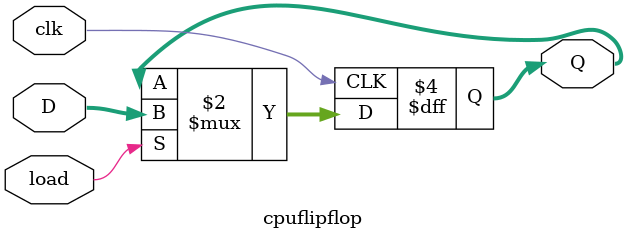
<source format=sv>
`define RST 4'b0000
`define IF1 4'b0001
`define IF2 4'b0010
`define updatePC 4'b0011
`define decode 4'b0100
`define getA 4'b0101
`define getB 4'b0110
`define ALU 4'b1000
`define WriteReg 4'b1010
`define WriteImm 4'b1100
`define readRam 4'b1110
`define writeRam 4'b1111
`define dataAddress 4'b1011
`define HALT 4'b0111

`define MNONE 2'b00
`define MWRITE 2'b01
`define MREAD 2'b10

module cpu(clk,reset,load_ir,datapath_out,N,V,Z,load_pc, mem_addr, mem_cmd, read_data);
    input clk, reset; 
    output reg load_ir;
    //input [15:0] in; changed to read_data
    output reg [15:0] datapath_out; // changed from out
    output reg N, V, Z, load_pc; 

    reg [15:0] in_out;
    reg [2:0] Rn,Rd,Rm;
    reg [7:0] im8;
    reg [4:0] im5;

    reg [2:0] opcode;
    reg [1:0] op;

    reg [3:0] present_state;

    reg [2:0] nsel;

    //datapath
    reg [2:0] writenum, readnum;
    reg write;
    reg [15:0] data_out;
    reg [1:0] ALUop;
    reg [1:0] shift;
    reg asel, bsel, loada, loadb, loadc, loads;
    reg [3:0] vsel;
    reg [15:0] datapath_in;
    reg [2:0] Z_out;
    reg [15:0] mdata, sximm8, sximm5;
    reg [8:0] PC;

    //lab7 additions
    reg [8:0] next_pc;
    reg reset_pc, addr_sel;
    input [15:0] read_data;
    output reg [1:0] mem_cmd;
    output reg [8:0] mem_addr;

    reg load_addr;
    reg [8:0] dataAddress_out;

    datapath DP(
        .clk(clk), 
        .readnum(readnum), 
        .vsel(vsel), 
        .loada(loada), 
        .loadb(loadb), 
        .shift(shift), 
        .asel(asel), 
        .bsel(bsel), 
        .ALUop(ALUop), 
        .loadc(loadc), 
        .loads(loads), 
        .writenum(writenum), 
        .write(write), 
        .datapath_in(datapath_in), 
        .Z_out(Z_out), 
        .C(datapath_out), //C is value of out in datapath
        .mdata(mdata), 
        .sximm8(sximm8), 
        .sximm5(sximm5), 
        .PC(PC)
    );

    always @(*) begin
        N = Z_out[1];
        V = Z_out[2];
        Z = Z_out[0];
    end

    //instruction register

    cpuflipflop insr(
        .clk(clk),
        .D(read_data),
        .load(load_ir),
        .Q(in_out)
    );

    //instruction decoder

    //assign values to opcode,op,aluop
    always @(*) begin
        opcode = in_out[15:13];
        op = in_out[12:11];
        ALUop = in_out[12:11];
    end

    //assign values using opcode and op
    always @(*) begin
        case({opcode,op})
            5'b11010: 
                begin
                    Rn <= in_out[10:8]; im8 <= in_out[7:0]; Rm <= 3'bxxx; Rd <= 3'bxxx; shift <= 2'bxx; im5 <= 5'bxxxxx;
                end
            5'b11000: 
                begin
                    Rd <= in_out[7:5]; shift <= in_out[4:3]; Rm <= in_out[2:0]; Rn <= 3'bxxx; im8 <= 8'bxxxxxxxx; im5 <= 5'bxxxxx;
                end
            5'b10100: 
                begin
                    Rn <= in_out[10:8]; Rd <= in_out[7:5]; shift <= in_out[4:3]; Rm <= in_out[2:0]; im8 <= 8'bxxxxxxxx; im5 <= 5'bxxxxx;
                end
            5'b10101: 
                begin
                    Rn <= in_out[10:8]; shift <= in_out[4:3]; Rm <= in_out[2:0]; Rd <= 3'bxxx; im8 <= 8'bxxxxxxxx; im5 <= 5'bxxxxx;
                end
            5'b10110: 
                begin
                    Rn <= in_out[10:8]; Rd <= in_out[7:5]; shift <= in_out[4:3]; Rm <= in_out[2:0]; im8 <= 8'bxxxxxxxx; im5 <= 5'bxxxxx; 
                end
            5'b10111: 
                begin
                    Rd <= in_out[7:5]; shift <= in_out[4:3]; Rm <= in_out[2:0]; Rn <= 3'bxxx; im8 <= 8'bxxxxxxxx; im5 <= 5'bxxxxx;
                end
            5'b01100:
                begin
                    Rn <= in_out[10:8]; Rd <= in_out[7:5]; im5 <= in_out[4:0]; im8 <= 8'bxxxxxxxx; Rm <= 3'bxxx; shift <= 2'bxx;
                end
            5'b10000:
                begin
                    Rn <= in_out[10:8]; Rd <= in_out[7:5]; im5 <= in_out[4:0]; im8 <= 8'bxxxxxxxx; Rm <= 3'bxxx; shift <= 2'bxx;
                end
            5'b111xx:
                begin
                    Rn <= 0; Rd <= 0; im5 <= 0; im8 <= 0; Rm <= 0; shift <= 0;
                end
            default: 
                begin 
                    Rn <= 3'bxxx; Rm <= 3'bxxx; Rd <= 3'bxxx; im8 <= 8'bxxxxxxxx; shift <= 2'bxx; im5 <= 5'bxxxxx; 
                end
        endcase
    end

    //assign values to read and write num
    always @(*) begin
        case(nsel) 
            3'b001: 
                begin
                    readnum <= Rn; writenum <= Rn;
                end
            3'b010: 
                begin
                    readnum <= Rd; writenum <= Rd;
                end
            3'b100: 
                begin
                    readnum <= Rm; writenum <= Rm;
                end
            default: 
                begin
                    readnum <= 3'bxxx; writenum <= 3'bxxx;
                end
        endcase
    end

    //add bits to im5 and im8
    always @(*) begin
        sximm5 = {{11{im5[4]}}, im5};
        sximm8 = {{8{im8[7]}}, im8}; 
    end

    //make sximm8 datapath_in
    always @(*) begin
        datapath_in = sximm8;
    end
    
    //FSM
    always @(posedge clk) begin
        if(reset) begin
            present_state <= `RST;
        end else begin
            casex({opcode,op,present_state})
                {5'bxxxxx, `RST}: present_state <= `IF1;

                {5'bxxxxx, `IF1}: present_state <= `IF2;

                {5'bxxxxx, `IF2}: present_state <= `updatePC;

                {5'bxxxxx, `updatePC}: present_state <= `decode;

                {5'b101xx, `decode}: present_state <= `getA;
                {5'b01100, `decode}: present_state <= `getA;
                {5'b10000, `decode}: present_state <= `getA;
                {5'b11010, `decode}: present_state <= `WriteImm;

                {5'bxxxxx, `WriteImm}: present_state <= `IF1; 
                
                {5'bxxxxx, `getA}: present_state <= `getB; 
                {5'bxxxxx, `getB}: present_state <= `ALU;

                {5'b110xx, `ALU}: present_state <= `WriteReg;
                {5'b101xx, `ALU}: present_state <= `WriteReg;
                {5'b011xx, `ALU}: present_state <= `dataAddress;
                {5'b100xx, `ALU}: present_state <= `dataAddress;

                {5'b011xx, `dataAddress}: present_state <= `readRam;
                {5'b100xx, `dataAddress}: present_state <= `writeRam;

                {5'bxxxxx, `readRam}: present_state <= `WriteReg; 
                {5'bxxxxx, `writeRam}: present_state <= `IF1;
            
                {5'bxxxxx, `WriteReg}: present_state <= `IF1;

                //halt
                9'b111xxxxxx: present_state <= `HALT;
            endcase
        end
    end

    always @* begin
        begin
            //reset everything
            loada = 1'b0; loadb = 1'b0; asel = 1'b0; bsel = 1'b0; loadc = 1'b0; 
            loads = 1'b0; nsel = 3'b000; vsel = 4'b0000; write = 1'b0;
            addr_sel = 0; load_ir = 0; mem_cmd = `MNONE; reset_pc = 0;
        end
        case(present_state)
            `RST: 
		        begin
		            load_pc = 1; reset_pc = 1;
		        end
            `IF1:
                begin
                    addr_sel = 1; mem_cmd = `MREAD; reset_pc = 0; load_pc = 0;
                end
            `IF2:
                begin
                    addr_sel = 1; load_ir = 1; mem_cmd = `MREAD; load_pc = 0; reset_pc = 0;
                end
            `updatePC:
                begin
                    load_pc = 1; reset_pc = 0;
                end
            `decode:
                load_pc = 0;
            `getA: 
                begin
                    nsel = 3'b001; loada = 1; load_pc = 0; reset_pc = 0;
                end
            `getB: 
                begin
                    case(opcode)
                        3'b011: 
                            begin
                                nsel = 3'b010; loadb = 1; load_pc = 0;
                            end
                        3'b100: 
                            begin
                                nsel = 3'b010; loadb = 1; load_pc = 0;
                            end
                        default: 
                            begin
                                nsel = 3'b100; loadb = 1; load_pc = 0;
                            end
                    endcase
                end
            `ALU:   
                begin
                    casex({ALUop,opcode})
                        5'b00110: 
                            begin
                                asel = 1; bsel = 0; loadc = 1; loads = 0; load_pc = 0;
                            end
                        5'b00101: 
                            begin
                                asel = 0; bsel = 0; loadc = 1; loads = 0; load_pc = 0;
                            end
                        5'b01xxx: 
                            begin
                                asel = 0; bsel = 0; loadc = 1; loads = 1; load_pc = 0;
                            end
                        5'b10xxx: 
                            begin
                                asel = 0; bsel = 0; loadc = 1; loads = 0; load_pc = 0;
                            end
                        5'b11xxx: 
                            begin 
                                asel = 0; bsel = 0; loadc = 1; loads = 0; load_pc = 0;
                            end
                        5'b00011:
                            begin 
                                asel = 0; bsel = 1; loadc = 1; loads = 0; load_pc = 0;
                            end
                        5'b00100:
                            begin 
                                asel = 0; bsel = 1; loadc = 1; loads = 0; load_pc = 0;
                            end
                    endcase
                end
            `WriteReg: 
                begin
                    casex(ALUop)
                        2'b01: 
                            begin
                                nsel = 3'b010; vsel = 4'b1000; write = 0; load_pc = 0;
                            end
                        2'b00:
                            begin
                                nsel = 3'b010; vsel = 4'b0001; write = 1; load_pc = 0; mem_cmd = `MREAD;
                            end
                        default: 
                            begin
                                nsel = 3'b010; vsel = 4'b1000; write = 1; load_pc = 0;
                            end
                    endcase
                end
            `WriteImm: 
                begin
                    nsel = 3'b001; vsel = 4'b0010; write = 1; load_pc = 0;
                end
            `readRam:
                begin
                    mem_cmd = `MREAD; addr_sel = 0; 
                end
            `writeRam:
                begin
                    mem_cmd = `MWRITE; addr_sel = 0; 
                end
            `dataAddress:
                begin
                    case (opcode)
                        3'b100: 
                            begin
                                asel = 1; bsel = 0; loadc = 1; load_addr = 1;
                            end
                        3'b011:
                            begin
                                asel = 0; bsel = 0; loadc = 0; load_addr = 1;
                            end        
                        default:
                            begin
                                asel = 0; bsel = 0; loadc = 0; load_addr = 0;
                            end               
                    endcase    
                end
        endcase
    end

    //pc MUX
    always @(*) begin
        case (reset_pc)
            1'b1: next_pc = 9'b0;
            1'b0: next_pc = PC + 1'b1;
            default: next_pc = 9'bxxxxxxxxx;
        endcase
    end

        //program counter loader
    always @(posedge clk) begin
        if (load_pc)
            PC = next_pc;
    end
    
    //addr_sel MUX
    always @(*) begin
        case (addr_sel)
            1'b0: mem_addr = dataAddress_out;
            1'b1: mem_addr = PC;
            default: mem_addr = 9'bxxxxxxxxx;
        endcase
    end

    //data address loader
    always @(posedge clk) begin
        if (load_addr == 1'b1)
            dataAddress_out = datapath_out[8:0];
    end

    //set mdata to read_data constantly
    always @(*) begin
        mdata = read_data;
    end

endmodule

//load enabled flip flop
module cpuflipflop(clk,D,load,Q);
  input clk;
  input [15:0] D;
  input load;
  output reg [15:0] Q;

  always @(posedge clk) begin
    if(load)
      Q <= D;
  end
endmodule
</source>
